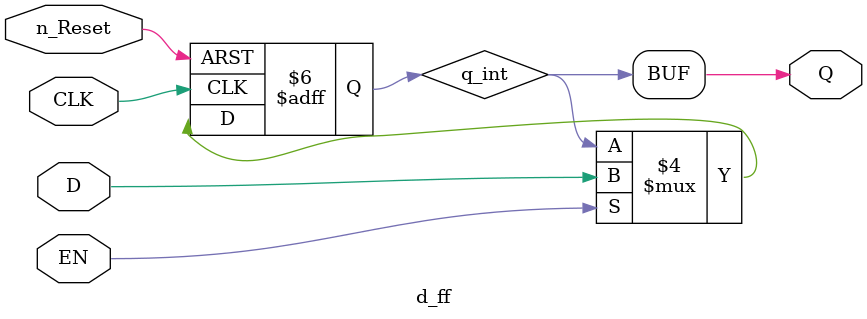
<source format=sv>
module d_ff (output logic Q, input logic D, CLK, n_Reset, EN);

logic q_int;
assign #(10ps) Q = q_int;

always_ff @(posedge CLK, negedge n_Reset) begin
	//Reset takes precedence
	if (n_Reset == 1'b0) begin
		q_int <= 0;
	end
	else begin
		//Otherwise Q = D (and latches)
		if (EN == 1) 
			q_int <= D;
	end
end
	
endmodule

</source>
